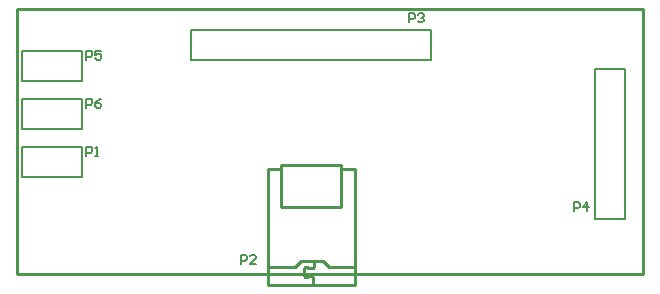
<source format=gto>
%FSDAX23Y23*%
%MOIN*%
%SFA1B1*%

%IPPOS*%
%ADD30C,0.007900*%
%ADD31C,0.010000*%
%ADD32C,0.005000*%
%LNde-080717-1*%
%LPD*%
G54D30*
X03360Y02465D02*
Y02565D01*
X03560*
Y02465D02*
Y02565D01*
X03360Y02465D02*
X03560D01*
X03360Y02625D02*
Y02725D01*
X03560*
Y02625D02*
Y02725D01*
X03360Y02625D02*
X03560D01*
X03360Y02785D02*
Y02885D01*
X03560*
Y02785D02*
Y02885D01*
X03360Y02785D02*
X03560D01*
X05270Y02325D02*
X05370D01*
X05270D02*
Y02825D01*
X05370Y02325D02*
Y02825D01*
X05270D02*
X05370D01*
X03925Y02855D02*
Y02955D01*
X04725*
Y02855D02*
Y02955D01*
X03925Y02855D02*
X04725D01*
G54D31*
X03345Y03025D02*
X05430D01*
X03345Y02140D02*
X05430D01*
X03345D02*
Y03025D01*
X05430Y02140D02*
Y03025D01*
X04330Y02102D02*
Y02130D01*
X04325Y02135D02*
X04330Y02130D01*
X04315Y02135D02*
X04325D01*
X04310Y02130D02*
X04315Y02135D01*
X04305Y02130D02*
X04310D01*
X04300Y02135D02*
X04305Y02130D01*
X04300Y02135D02*
Y02160D01*
X04305Y02165*
X04310*
X04315Y02160*
X04330*
X04335Y02165*
Y02185*
X04385Y02165D02*
X04470D01*
X04365Y02185D02*
X04385Y02165D01*
X04290Y02185D02*
X04365D01*
X04270Y02165D02*
X04290Y02185D01*
X04180Y02165D02*
X04270D01*
X04180Y02102D02*
X04470D01*
X04180D02*
Y02490D01*
X04470Y02102D02*
Y02490D01*
X04425D02*
X04470D01*
X04180D02*
X04225D01*
Y02365D02*
Y02505D01*
Y02365D02*
X04425D01*
Y02390*
Y02505*
X04225D02*
X04425D01*
G54D32*
X03575Y02695D02*
Y02725D01*
X03590*
X03595Y02720*
Y02710*
X03590Y02705*
X03575*
X03625Y02725D02*
X03615Y02720D01*
X03605Y02710*
Y02700*
X03610Y02695*
X03620*
X03625Y02700*
Y02705*
X03620Y02710*
X03605*
X03575Y02855D02*
Y02885D01*
X03590*
X03595Y02880*
Y02870*
X03590Y02865*
X03575*
X03625Y02885D02*
X03605D01*
Y02870*
X03615Y02875*
X03620*
X03625Y02870*
Y02860*
X03620Y02855*
X03610*
X03605Y02860*
X05200Y02350D02*
Y02380D01*
X05215*
X05220Y02375*
Y02365*
X05215Y02360*
X05200*
X05245Y02350D02*
Y02380D01*
X05230Y02365*
X05250*
X04650Y02980D02*
Y03010D01*
X04665*
X04670Y03005*
Y02995*
X04665Y02990*
X04650*
X04680Y03005D02*
X04685Y03010D01*
X04695*
X04700Y03005*
Y03000*
X04695Y02995*
X04690*
X04695*
X04700Y02990*
Y02985*
X04695Y02980*
X04685*
X04680Y02985*
X04090Y02175D02*
Y02205D01*
X04105*
X04110Y02200*
Y02190*
X04105Y02185*
X04090*
X04140Y02175D02*
X04120D01*
X04140Y02195*
Y02200*
X04135Y02205*
X04125*
X04120Y02200*
X03575Y02535D02*
Y02565D01*
X03590*
X03595Y02560*
Y02550*
X03590Y02545*
X03575*
X03605Y02535D02*
X03615D01*
X03610*
Y02565*
X03605Y02560*
M02*
</source>
